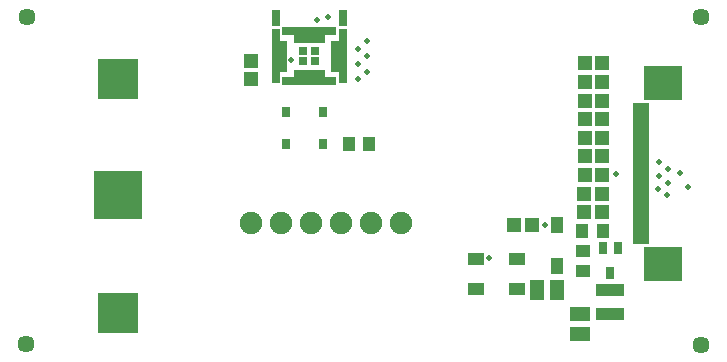
<source format=gts>
G04*
G04 #@! TF.GenerationSoftware,Altium Limited,Altium Designer,25.2.1 (25)*
G04*
G04 Layer_Color=8388736*
%FSLAX44Y44*%
%MOMM*%
G71*
G04*
G04 #@! TF.SameCoordinates,08FEDEBF-EFD6-4BB9-9F50-9E33F9D93CBE*
G04*
G04*
G04 #@! TF.FilePolarity,Negative*
G04*
G01*
G75*
%ADD14R,4.1600X4.1600*%
%ADD15R,3.3800X3.3800*%
%ADD16R,1.1000X1.2000*%
G04:AMPARAMS|DCode=17|XSize=1.15mm|YSize=1.15mm|CornerRadius=0mm|HoleSize=0mm|Usage=FLASHONLY|Rotation=270.000|XOffset=0mm|YOffset=0mm|HoleType=Round|Shape=RoundedRectangle|*
%AMROUNDEDRECTD17*
21,1,1.1500,1.1500,0,0,270.0*
21,1,1.1500,1.1500,0,0,270.0*
1,1,0.0000,-0.5750,-0.5750*
1,1,0.0000,-0.5750,0.5750*
1,1,0.0000,0.5750,0.5750*
1,1,0.0000,0.5750,-0.5750*
%
%ADD17ROUNDEDRECTD17*%
%ADD18R,0.7000X0.7000*%
%ADD19R,0.6500X0.6500*%
%ADD20R,0.8000X0.8500*%
%ADD21R,1.2000X1.1000*%
%ADD22R,0.7500X1.0500*%
%ADD23R,2.4000X1.0500*%
%ADD24R,3.2000X2.9000*%
%ADD25R,1.4000X0.5000*%
%ADD26R,1.0000X1.3500*%
%ADD27R,1.3500X1.0000*%
%ADD28R,1.6700X1.1700*%
G04:AMPARAMS|DCode=29|XSize=1.15mm|YSize=1.15mm|CornerRadius=0mm|HoleSize=0mm|Usage=FLASHONLY|Rotation=0.000|XOffset=0mm|YOffset=0mm|HoleType=Round|Shape=RoundedRectangle|*
%AMROUNDEDRECTD29*
21,1,1.1500,1.1500,0,0,0.0*
21,1,1.1500,1.1500,0,0,0.0*
1,1,0.0000,0.5750,-0.5750*
1,1,0.0000,-0.5750,-0.5750*
1,1,0.0000,-0.5750,0.5750*
1,1,0.0000,0.5750,0.5750*
%
%ADD29ROUNDEDRECTD29*%
%ADD30R,1.1700X1.6700*%
%ADD31C,1.4500*%
%ADD32C,1.9000*%
%ADD33C,0.5000*%
D14*
X87884Y137414D02*
D03*
D15*
Y235204D02*
D03*
Y37084D02*
D03*
D16*
X284030Y180040D02*
D03*
X301030D02*
D03*
X498332Y106426D02*
D03*
X481332D02*
D03*
D17*
X200660Y235070D02*
D03*
Y250070D02*
D03*
D18*
X255084Y250124D02*
D03*
Y259124D02*
D03*
X244684D02*
D03*
Y250124D02*
D03*
D19*
X240134Y269494D02*
D03*
X246634D02*
D03*
X253134D02*
D03*
Y239744D02*
D03*
X246634D02*
D03*
X240134D02*
D03*
X230384Y275994D02*
D03*
X236884D02*
D03*
X243384D02*
D03*
X249884D02*
D03*
X256384D02*
D03*
X262884D02*
D03*
Y233244D02*
D03*
X256384D02*
D03*
X249884D02*
D03*
X243384D02*
D03*
X236884D02*
D03*
X230384D02*
D03*
X271784Y264374D02*
D03*
Y257874D02*
D03*
Y251374D02*
D03*
X278284Y274124D02*
D03*
Y267624D02*
D03*
Y261124D02*
D03*
Y254624D02*
D03*
Y248124D02*
D03*
X259634Y269494D02*
D03*
X269384Y275994D02*
D03*
X271784Y244874D02*
D03*
X278284Y290044D02*
D03*
Y283544D02*
D03*
Y241624D02*
D03*
Y235124D02*
D03*
X259634Y239744D02*
D03*
X269384Y233244D02*
D03*
X227984Y244874D02*
D03*
Y251374D02*
D03*
Y257874D02*
D03*
Y264374D02*
D03*
X221484Y235124D02*
D03*
Y241624D02*
D03*
Y248124D02*
D03*
Y254624D02*
D03*
Y261124D02*
D03*
Y267624D02*
D03*
Y274124D02*
D03*
Y283544D02*
D03*
Y290044D02*
D03*
D20*
X230620Y207264D02*
D03*
X261620D02*
D03*
X230620Y179764D02*
D03*
X261620D02*
D03*
D21*
X481610Y72790D02*
D03*
Y89790D02*
D03*
D22*
X504980Y70870D02*
D03*
X498480Y91870D02*
D03*
X511480D02*
D03*
D23*
X504880Y36110D02*
D03*
Y56610D02*
D03*
D24*
X549206Y231940D02*
D03*
Y78340D02*
D03*
D25*
X530606Y197640D02*
D03*
Y192640D02*
D03*
Y177640D02*
D03*
Y172640D02*
D03*
Y157640D02*
D03*
Y152640D02*
D03*
Y137640D02*
D03*
Y132640D02*
D03*
Y127640D02*
D03*
Y122640D02*
D03*
Y97640D02*
D03*
Y102640D02*
D03*
Y107640D02*
D03*
Y112640D02*
D03*
Y117640D02*
D03*
Y142640D02*
D03*
Y147640D02*
D03*
Y162640D02*
D03*
Y167640D02*
D03*
Y182640D02*
D03*
Y187640D02*
D03*
Y202640D02*
D03*
Y207640D02*
D03*
Y212640D02*
D03*
D26*
X459570Y76600D02*
D03*
Y111600D02*
D03*
D27*
X425810Y57470D02*
D03*
X390810D02*
D03*
X390870Y82950D02*
D03*
X425870D02*
D03*
D28*
X479450Y35910D02*
D03*
Y19310D02*
D03*
D29*
X438410Y111320D02*
D03*
X423410D02*
D03*
X498094Y248412D02*
D03*
X483094D02*
D03*
X498094Y232664D02*
D03*
X483094D02*
D03*
X498094Y216916D02*
D03*
X483094D02*
D03*
X498094Y201168D02*
D03*
X483094D02*
D03*
X498094Y185420D02*
D03*
X483094D02*
D03*
X498094Y169672D02*
D03*
X483094D02*
D03*
X498094Y153924D02*
D03*
X483094D02*
D03*
X482974Y138176D02*
D03*
X497974D02*
D03*
Y122428D02*
D03*
X482974D02*
D03*
D30*
X443060Y56820D02*
D03*
X459660D02*
D03*
D31*
X581780Y287720D02*
D03*
X581450Y10160D02*
D03*
X10110Y10560D02*
D03*
X11390Y287680D02*
D03*
D32*
X226054Y113538D02*
D03*
X251454D02*
D03*
X327654D02*
D03*
X302254D02*
D03*
X276854D02*
D03*
X200654D02*
D03*
D33*
X553870Y158690D02*
D03*
X546540Y164810D02*
D03*
X546075Y153357D02*
D03*
X545625Y142348D02*
D03*
X509890Y154530D02*
D03*
X563840Y156010D02*
D03*
X570620Y143410D02*
D03*
X265930Y287650D02*
D03*
X256720Y284740D02*
D03*
X291000Y235070D02*
D03*
X298686Y241220D02*
D03*
X291000Y248130D02*
D03*
X298686Y254790D02*
D03*
Y267624D02*
D03*
X291000Y260570D02*
D03*
X553600Y147384D02*
D03*
X449510Y111630D02*
D03*
X553140Y136848D02*
D03*
X234880Y251240D02*
D03*
X402570Y84050D02*
D03*
M02*

</source>
